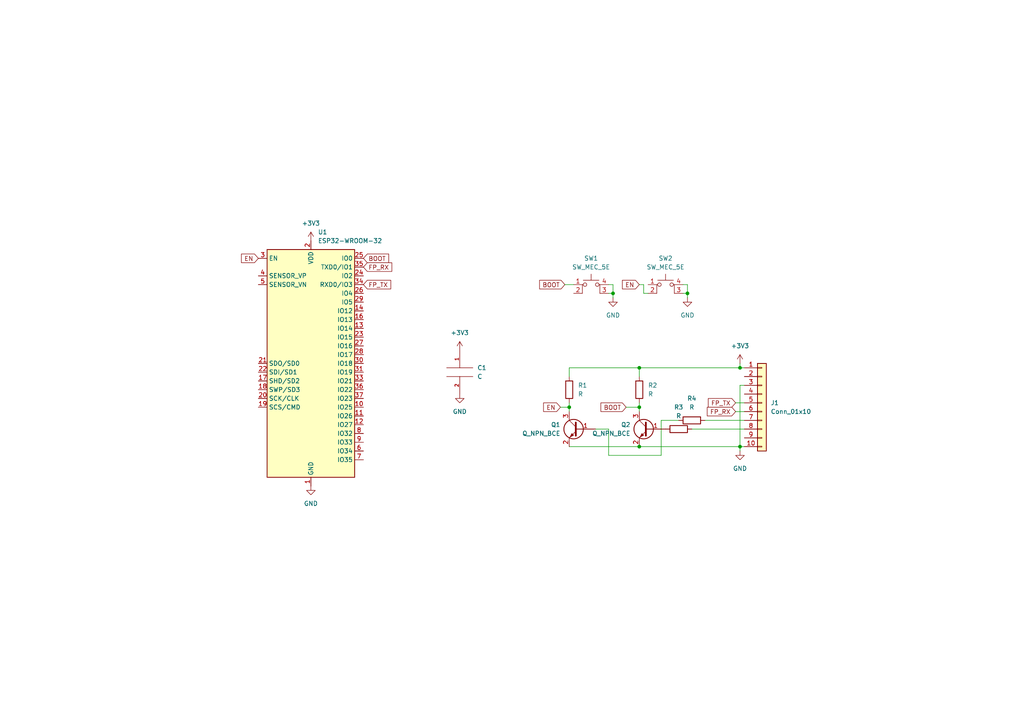
<source format=kicad_sch>
(kicad_sch (version 20211123) (generator eeschema)
  (paper "A4")
  (lib_symbols
    (symbol "Connector_Generic:Conn_01x10" (pin_names (offset 1.016) hide)
      (property "Reference" "J" (at 0 12.7 0))
      (property "Value" "Conn_01x10" (at 0 -15.24 0))
      (symbol "Conn_01x10_1_1"
        (rectangle (start -1.27 -12.573) (end 0 -12.827) (stroke (width 0.1524)))
        (rectangle (start -1.27 -10.033) (end 0 -10.287) (stroke (width 0.1524)))
        (rectangle (start -1.27 -7.493) (end 0 -7.747) (stroke (width 0.1524)))
        (rectangle (start -1.27 -4.953) (end 0 -5.207) (stroke (width 0.1524)))
        (rectangle (start -1.27 -2.413) (end 0 -2.667) (stroke (width 0.1524)))
        (rectangle (start -1.27 0.127) (end 0 -0.127) (stroke (width 0.1524)))
        (rectangle (start -1.27 2.667) (end 0 2.413) (stroke (width 0.1524)))
        (rectangle (start -1.27 5.207) (end 0 4.953) (stroke (width 0.1524)))
        (rectangle (start -1.27 7.747) (end 0 7.493) (stroke (width 0.1524)))
        (rectangle (start -1.27 10.287) (end 0 10.033) (stroke (width 0.1524)))
        (rectangle (start -1.27 11.43) (end 1.27 -13.97) (stroke (width 0.254)) (fill (type background)))
        (pin passive line (at -5.08 10.16 0) (length 3.81) (name "Pin_1") (number "1"))
        (pin passive line (at -5.08 -12.7 0) (length 3.81) (name "Pin_10") (number "10"))
        (pin passive line (at -5.08 7.62 0) (length 3.81) (name "Pin_2") (number "2"))
        (pin passive line (at -5.08 5.08 0) (length 3.81) (name "Pin_3") (number "3"))
        (pin passive line (at -5.08 2.54 0) (length 3.81) (name "Pin_4") (number "4"))
        (pin passive line (at -5.08 0 0) (length 3.81) (name "Pin_5") (number "5"))
        (pin passive line (at -5.08 -2.54 0) (length 3.81) (name "Pin_6") (number "6"))
        (pin passive line (at -5.08 -5.08 0) (length 3.81) (name "Pin_7") (number "7"))
        (pin passive line (at -5.08 -7.62 0) (length 3.81) (name "Pin_8") (number "8"))
        (pin passive line (at -5.08 -10.16 0) (length 3.81) (name "Pin_9") (number "9"))
      )
    )
    (symbol "Device:Q_NPN_BEC" (pin_names (offset 0) hide)
      (property "Reference" "Q" (at 5.08 1.27 0))
      (property "Value" "Q_NPN_BEC" (at 5.08 -1.27 0))
      (symbol "Q_NPN_BEC_0_1"
        (polyline (pts (xy 0.635 0.635) (xy 2.54 2.54)))
        (polyline (pts (xy 0.635 -0.635) (xy 2.54 -2.54) (xy 2.54 -2.54)))
        (polyline (pts (xy 0.635 1.905) (xy 0.635 -1.905) (xy 0.635 -1.905)) (stroke (width 0.508)))
        (polyline (pts (xy 1.27 -1.778) (xy 1.778 -1.27) (xy 2.286 -2.286) (xy 1.27 -1.778) (xy 1.27 -1.778)) (fill (type outline)))
        (circle (center 1.27 0) (radius 2.8194) (stroke (width 0.254)))
      )
      (symbol "Q_NPN_BEC_1_1"
        (pin input line (at -5.08 0 0) (length 5.715) (name "B") (number "1"))
        (pin passive line (at 2.54 -5.08 90) (length 2.54) (name "E") (number "2"))
        (pin passive line (at 2.54 5.08 270) (length 2.54) (name "C") (number "3"))
      )
    )
    (symbol "Device:R" (pin_numbers hide) (pin_names (offset 0))
      (property "Reference" "R" (at 2.032 0 90))
      (property "Value" "R" (at 0 0 90))
      (symbol "R_0_1"
        (rectangle (start -1.016 -2.54) (end 1.016 2.54) (stroke (width 0.254)))
      )
      (symbol "R_1_1"
        (pin passive line (at 0 3.81 270) (length 1.27) (name "~") (number "1"))
        (pin passive line (at 0 -3.81 90) (length 1.27) (name "~") (number "2"))
      )
    )
    (symbol "RF_Module:ESP32-WROOM-32"
      (property "Reference" "U" (at -12.7 34.29 0))
      (property "Value" "ESP32-WROOM-32" (at 1.27 34.29 0))
      (symbol "ESP32-WROOM-32_0_1"
        (rectangle (start -12.7 33.02) (end 12.7 -33.02) (stroke (width 0.254)) (fill (type background)))
      )
      (symbol "ESP32-WROOM-32_1_1"
        (pin power_in line (at 0 -35.56 90) (length 2.54) (name "GND") (number "1"))
        (pin bidirectional line (at 15.24 -12.7 180) (length 2.54) (name "IO25") (number "10"))
        (pin bidirectional line (at 15.24 -15.24 180) (length 2.54) (name "IO26") (number "11"))
        (pin bidirectional line (at 15.24 -17.78 180) (length 2.54) (name "IO27") (number "12"))
        (pin bidirectional line (at 15.24 10.16 180) (length 2.54) (name "IO14") (number "13"))
        (pin bidirectional line (at 15.24 15.24 180) (length 2.54) (name "IO12") (number "14"))
        (pin passive line (at 0 -35.56 90) (length 2.54) hide (name "GND") (number "15"))
        (pin bidirectional line (at 15.24 12.7 180) (length 2.54) (name "IO13") (number "16"))
        (pin bidirectional line (at -15.24 -5.08 0) (length 2.54) (name "SHD/SD2") (number "17"))
        (pin bidirectional line (at -15.24 -7.62 0) (length 2.54) (name "SWP/SD3") (number "18"))
        (pin bidirectional line (at -15.24 -12.7 0) (length 2.54) (name "SCS/CMD") (number "19"))
        (pin power_in line (at 0 35.56 270) (length 2.54) (name "VDD") (number "2"))
        (pin bidirectional line (at -15.24 -10.16 0) (length 2.54) (name "SCK/CLK") (number "20"))
        (pin bidirectional line (at -15.24 0 0) (length 2.54) (name "SDO/SD0") (number "21"))
        (pin bidirectional line (at -15.24 -2.54 0) (length 2.54) (name "SDI/SD1") (number "22"))
        (pin bidirectional line (at 15.24 7.62 180) (length 2.54) (name "IO15") (number "23"))
        (pin bidirectional line (at 15.24 25.4 180) (length 2.54) (name "IO2") (number "24"))
        (pin bidirectional line (at 15.24 30.48 180) (length 2.54) (name "IO0") (number "25"))
        (pin bidirectional line (at 15.24 20.32 180) (length 2.54) (name "IO4") (number "26"))
        (pin bidirectional line (at 15.24 5.08 180) (length 2.54) (name "IO16") (number "27"))
        (pin bidirectional line (at 15.24 2.54 180) (length 2.54) (name "IO17") (number "28"))
        (pin bidirectional line (at 15.24 17.78 180) (length 2.54) (name "IO5") (number "29"))
        (pin input line (at -15.24 30.48 0) (length 2.54) (name "EN") (number "3"))
        (pin bidirectional line (at 15.24 0 180) (length 2.54) (name "IO18") (number "30"))
        (pin bidirectional line (at 15.24 -2.54 180) (length 2.54) (name "IO19") (number "31"))
        (pin no_connect line (at -12.7 -27.94 0) (length 2.54) hide (name "NC") (number "32"))
        (pin bidirectional line (at 15.24 -5.08 180) (length 2.54) (name "IO21") (number "33"))
        (pin bidirectional line (at 15.24 22.86 180) (length 2.54) (name "RXD0/IO3") (number "34"))
        (pin bidirectional line (at 15.24 27.94 180) (length 2.54) (name "TXD0/IO1") (number "35"))
        (pin bidirectional line (at 15.24 -7.62 180) (length 2.54) (name "IO22") (number "36"))
        (pin bidirectional line (at 15.24 -10.16 180) (length 2.54) (name "IO23") (number "37"))
        (pin passive line (at 0 -35.56 90) (length 2.54) hide (name "GND") (number "38"))
        (pin passive line (at 0 -35.56 90) (length 2.54) hide (name "GND") (number "39"))
        (pin input line (at -15.24 25.4 0) (length 2.54) (name "SENSOR_VP") (number "4"))
        (pin input line (at -15.24 22.86 0) (length 2.54) (name "SENSOR_VN") (number "5"))
        (pin input line (at 15.24 -25.4 180) (length 2.54) (name "IO34") (number "6"))
        (pin input line (at 15.24 -27.94 180) (length 2.54) (name "IO35") (number "7"))
        (pin bidirectional line (at 15.24 -20.32 180) (length 2.54) (name "IO32") (number "8"))
        (pin bidirectional line (at 15.24 -22.86 180) (length 2.54) (name "IO33") (number "9"))
      )
    )
    (symbol "Switch:SW_MEC_5E" (pin_names (offset 1.016) hide)
      (property "Reference" "SW" (at 0.635 5.715 0))
      (property "Value" "SW_MEC_5E" (at 0 -3.175 0))
      (symbol "SW_MEC_5E_0_1"
        (circle (center -1.778 2.54) (radius 0.508))
        (polyline (pts (xy -2.286 3.81) (xy 2.286 3.81)))
        (polyline (pts (xy 0 3.81) (xy 0 5.588)))
        (polyline (pts (xy -2.54 0) (xy -2.54 2.54) (xy -2.286 2.54)))
        (polyline (pts (xy 2.54 0) (xy 2.54 2.54) (xy 2.286 2.54)))
        (circle (center 1.778 2.54) (radius 0.508))
        (pin passive line (at -5.08 2.54 0) (length 2.54) (name "1") (number "1"))
        (pin passive line (at -5.08 0 0) (length 2.54) (name "2") (number "2"))
        (pin passive line (at 5.08 0 180) (length 2.54) (name "K") (number "3"))
        (pin passive line (at 5.08 2.54 180) (length 2.54) (name "A") (number "4"))
      )
    )
    (symbol "power:+3V3" (power) (pin_names (offset 0))
      (property "Value" "+3V3" (at 0 3.556 0))
      (symbol "+3V3_0_1"
        (polyline (pts (xy -0.762 1.27) (xy 0 2.54)))
        (polyline (pts (xy 0 0) (xy 0 2.54)))
        (polyline (pts (xy 0 2.54) (xy 0.762 1.27)))
      )
      (symbol "+3V3_1_1"
        (pin power_in line (at 0 0 90) (length 0) hide (name "+3V3") (number "1"))
      )
    )
    (symbol "power:GND" (power) (pin_names (offset 0))
      (property "Value" "GND" (at 0 -3.81 0))
      (symbol "GND_0_1"
        (polyline (pts (xy 0 0) (xy 0 -1.27) (xy 1.27 -1.27) (xy 0 -2.54) (xy -1.27 -1.27) (xy 0 -1.27)))
      )
      (symbol "GND_1_1"
        (pin power_in line (at 0 0 270) (length 0) hide (name "GND") (number "1"))
      )
    )
    (symbol "pspice:C" (pin_names (offset 0.254))
      (property "Reference" "C" (at 2.54 3.81 90))
      (property "Value" "C" (at 2.54 -3.81 90))
      (symbol "C_0_1"
        (polyline (pts (xy -3.81 -1.27) (xy 3.81 -1.27)))
        (polyline (pts (xy -3.81 1.27) (xy 3.81 1.27)))
      )
      (symbol "C_1_1"
        (pin passive line (at 0 6.35 270) (length 5.08) (name "~") (number "1"))
        (pin passive line (at 0 -6.35 90) (length 5.08) (name "~") (number "2"))
      )
    )
  )
  (junction (at 214.63 106.68))
  (junction (at 185.42 106.68))
  (junction (at 199.39 85.09))
  (junction (at 165.1 118.11))
  (junction (at 214.63 129.54))
  (junction (at 185.42 118.11))
  (junction (at 177.8 85.09))
  (junction (at 185.42 129.54))
  (wire (pts (xy 213.36 116.84) (xy 215.9 116.84)))
  (wire (pts (xy 177.8 85.09) (xy 177.8 86.36)))
  (wire (pts (xy 185.42 118.11) (xy 185.42 119.38)))
  (wire (pts (xy 214.63 106.68) (xy 214.63 105.41)))
  (wire (pts (xy 191.77 132.08) (xy 176.53 132.08)))
  (wire (pts (xy 186.69 85.09) (xy 186.69 82.55)))
  (wire (pts (xy 196.85 121.92) (xy 191.77 121.92)))
  (wire (pts (xy 165.1 118.11) (xy 165.1 119.38)))
  (wire (pts (xy 185.42 116.84) (xy 185.42 118.11)))
  (wire (pts (xy 200.66 124.46) (xy 215.9 124.46)))
  (wire (pts (xy 165.1 129.54) (xy 185.42 129.54)))
  (wire (pts (xy 185.42 82.55) (xy 186.69 82.55)))
  (wire (pts (xy 177.8 82.55) (xy 177.8 85.09)))
  (wire (pts (xy 185.42 106.68) (xy 165.1 106.68)))
  (wire (pts (xy 215.9 129.54) (xy 214.63 129.54)))
  (wire (pts (xy 214.63 106.68) (xy 185.42 106.68)))
  (wire (pts (xy 181.61 118.11) (xy 185.42 118.11)))
  (wire (pts (xy 172.72 124.46) (xy 176.53 124.46)))
  (wire (pts (xy 176.53 85.09) (xy 177.8 85.09)))
  (wire (pts (xy 214.63 111.76) (xy 214.63 129.54)))
  (wire (pts (xy 199.39 85.09) (xy 199.39 86.36)))
  (wire (pts (xy 185.42 106.68) (xy 185.42 109.22)))
  (wire (pts (xy 198.12 82.55) (xy 199.39 82.55)))
  (wire (pts (xy 165.1 116.84) (xy 165.1 118.11)))
  (wire (pts (xy 165.1 106.68) (xy 165.1 109.22)))
  (wire (pts (xy 163.83 82.55) (xy 166.37 82.55)))
  (wire (pts (xy 191.77 121.92) (xy 191.77 132.08)))
  (wire (pts (xy 185.42 129.54) (xy 214.63 129.54)))
  (wire (pts (xy 162.56 118.11) (xy 165.1 118.11)))
  (wire (pts (xy 213.36 119.38) (xy 215.9 119.38)))
  (wire (pts (xy 199.39 82.55) (xy 199.39 85.09)))
  (wire (pts (xy 176.53 132.08) (xy 176.53 124.46)))
  (wire (pts (xy 214.63 129.54) (xy 214.63 130.81)))
  (wire (pts (xy 176.53 82.55) (xy 177.8 82.55)))
  (wire (pts (xy 198.12 85.09) (xy 199.39 85.09)))
  (wire (pts (xy 215.9 111.76) (xy 214.63 111.76)))
  (wire (pts (xy 215.9 106.68) (xy 214.63 106.68)))
  (wire (pts (xy 204.47 121.92) (xy 215.9 121.92)))
  (wire (pts (xy 187.96 85.09) (xy 186.69 85.09)))
  (global_label "BOOT" (shape input) (at 181.61 118.11 180) (property "Intersheet References" "${INTERSHEET_REFS}" (effects hide)))
  (global_label "EN" (shape input) (at 74.93 74.93 180) (property "Intersheet References" "${INTERSHEET_REFS}" (effects hide)))
  (global_label "EN" (shape input) (at 162.56 118.11 180) (property "Intersheet References" "${INTERSHEET_REFS}" (effects hide)))
  (global_label "FP_TX" (shape input) (at 105.41 82.55 0) (property "Intersheet References" "${INTERSHEET_REFS}" (effects hide)))
  (global_label "FP_TX" (shape input) (at 213.36 116.84 180) (property "Intersheet References" "${INTERSHEET_REFS}" (effects hide)))
  (global_label "BOOT" (shape input) (at 105.41 74.93 0) (property "Intersheet References" "${INTERSHEET_REFS}" (effects hide)))
  (global_label "BOOT" (shape input) (at 163.83 82.55 180) (property "Intersheet References" "${INTERSHEET_REFS}" (effects hide)))
  (global_label "EN" (shape input) (at 185.42 82.55 180) (property "Intersheet References" "${INTERSHEET_REFS}" (effects hide)))
  (global_label "FP_RX" (shape input) (at 213.36 119.38 180) (property "Intersheet References" "${INTERSHEET_REFS}" (effects hide)))
  (global_label "FP_RX" (shape input) (at 105.41 77.47 0) (property "Intersheet References" "${INTERSHEET_REFS}" (effects hide)))
  (symbol (lib_id "Switch:SW_MEC_5E") (at 171.45 85.09 0) (unit 1)
    (property "Reference" "SW1" (at 171.45 74.93 0))
    (property "Value" "SW_MEC_5E" (at 171.45 77.47 0))
    (property "Footprint" "Button_Switch_SMD:SW_SPST_Omron_B3FS-101xP" (effects hide))
    (property "Datasheet" "http://www.apem.com/int/index.php?controller=attachment&id_attachment=1371" (effects hide))
  )
  (symbol (lib_id "Switch:SW_MEC_5E") (at 193.04 85.09 0) (unit 1)
    (property "Reference" "SW2" (at 193.04 74.93 0))
    (property "Value" "SW_MEC_5E" (at 193.04 77.47 0))
    (property "Footprint" "Button_Switch_SMD:SW_SPST_Omron_B3FS-101xP" (effects hide))
    (property "Datasheet" "http://www.apem.com/int/index.php?controller=attachment&id_attachment=1371" (effects hide))
  )
  (symbol (lib_id "power:GND") (at 133.35 114.3 0) (unit 1)
    (property "Reference" "#PWR08" (effects hide))
    (property "Value" "GND" (at 133.35 119.38 0))
  )
  (symbol (lib_id "Device:R") (at 196.85 124.46 270) (unit 1)
    (property "Reference" "R3" (at 196.85 118.11 90))
    (property "Value" "R" (at 196.85 120.65 90))
    (property "Footprint" "Resistor_SMD:R_0805_2012Metric_Pad1.20x1.40mm_HandSolder" (effects hide))
  )
  (symbol (lib_id "power:GND") (at 199.39 86.36 0) (unit 1)
    (property "Reference" "#PWR04" (effects hide))
    (property "Value" "GND" (at 199.39 91.44 0))
  )
  (symbol (lib_id "Device:R") (at 200.66 121.92 90) (unit 1)
    (property "Reference" "R4" (at 200.66 115.57 90))
    (property "Value" "R" (at 200.66 118.11 90))
    (property "Footprint" "Resistor_SMD:R_0805_2012Metric_Pad1.20x1.40mm_HandSolder" (effects hide))
  )
  (symbol (lib_id "power:+3V3") (at 90.17 69.85 0) (unit 1)
    (property "Reference" "#PWR01" (effects hide))
    (property "Value" "+3V3" (at 90.17 64.77 0))
  )
  (symbol (lib_id "Device:R") (at 165.1 113.03 180) (unit 1)
    (property "Reference" "R1" (at 167.64 111.7599 0) (effects (justify right)))
    (property "Value" "R" (at 167.64 114.2999 0) (effects (justify right)))
    (property "Footprint" "Resistor_SMD:R_0805_2012Metric_Pad1.20x1.40mm_HandSolder" (effects hide))
  )
  (symbol (lib_id "power:GND") (at 214.63 130.81 0) (unit 1)
    (property "Reference" "#PWR06" (effects hide))
    (property "Value" "GND" (at 214.63 135.89 0))
  )
  (symbol (lib_id "pspice:C") (at 133.35 107.95 0) (unit 1)
    (property "Reference" "C1" (at 138.43 106.6799 0) (effects (justify left)))
    (property "Value" "C" (at 138.43 109.2199 0) (effects (justify left)))
    (property "Footprint" "Capacitor_SMD:C_0805_2012Metric_Pad1.18x1.45mm_HandSolder" (effects hide))
  )
  (symbol (lib_id "Connector_Generic:Conn_01x10") (at 220.98 116.84 0) (unit 1)
    (property "Reference" "J1" (at 223.52 116.8399 0) (effects (justify left)))
    (property "Value" "Conn_01x10" (at 223.52 119.3799 0) (effects (justify left)))
    (property "Footprint" "Connector_PinSocket_2.54mm:PinSocket_1x10_P2.54mm_Horizontal" (effects hide))
  )
  (symbol (lib_id "power:+3V3") (at 133.35 101.6 0) (unit 1)
    (property "Reference" "#PWR07" (effects hide))
    (property "Value" "+3V3" (at 133.35 96.52 0))
  )
  (symbol (lib_id "Device:Q_NPN_BEC") (at 187.96 124.46 0) (mirror y) (unit 1)
    (property "Reference" "Q2" (at 182.88 123.1899 0) (effects (justify left)))
    (property "Value" "Q_NPN_BCE" (at 182.88 125.7299 0) (effects (justify left)))
    (property "Footprint" "Package_TO_SOT_SMD:SOT-23W_Handsoldering" (effects hide))
  )
  (symbol (lib_id "RF_Module:ESP32-WROOM-32") (at 90.17 105.41 0) (unit 1)
    (property "Reference" "U1" (at 92.1894 67.31 0) (effects (justify left)))
    (property "Value" "ESP32-WROOM-32" (at 92.1894 69.85 0) (effects (justify left)))
    (property "Footprint" "RF_Module:ESP32-WROOM-32" (effects hide))
    (property "Datasheet" "https://www.espressif.com/sites/default/files/documentation/esp32-wroom-32_datasheet_en.pdf" (effects hide))
  )
  (symbol (lib_id "Device:R") (at 185.42 113.03 180) (unit 1)
    (property "Reference" "R2" (at 187.96 111.7599 0) (effects (justify right)))
    (property "Value" "R" (at 187.96 114.2999 0) (effects (justify right)))
    (property "Footprint" "Resistor_SMD:R_0805_2012Metric_Pad1.20x1.40mm_HandSolder" (effects hide))
  )
  (symbol (lib_id "power:GND") (at 90.17 140.97 0) (unit 1)
    (property "Reference" "#PWR02" (effects hide))
    (property "Value" "GND" (at 90.17 146.05 0))
  )
  (symbol (lib_id "power:GND") (at 177.8 86.36 0) (unit 1)
    (property "Reference" "#PWR03" (effects hide))
    (property "Value" "GND" (at 177.8 91.44 0))
  )
  (symbol (lib_id "Device:Q_NPN_BEC") (at 167.64 124.46 0) (mirror y) (unit 1)
    (property "Reference" "Q1" (at 162.56 123.1899 0) (effects (justify left)))
    (property "Value" "Q_NPN_BCE" (at 162.56 125.7299 0) (effects (justify left)))
    (property "Footprint" "Package_TO_SOT_SMD:SOT-23W_Handsoldering" (effects hide))
  )
  (symbol (lib_id "power:+3V3") (at 214.63 105.41 0) (unit 1)
    (property "Reference" "#PWR05" (effects hide))
    (property "Value" "+3V3" (at 214.63 100.33 0))
  )
)
</source>
